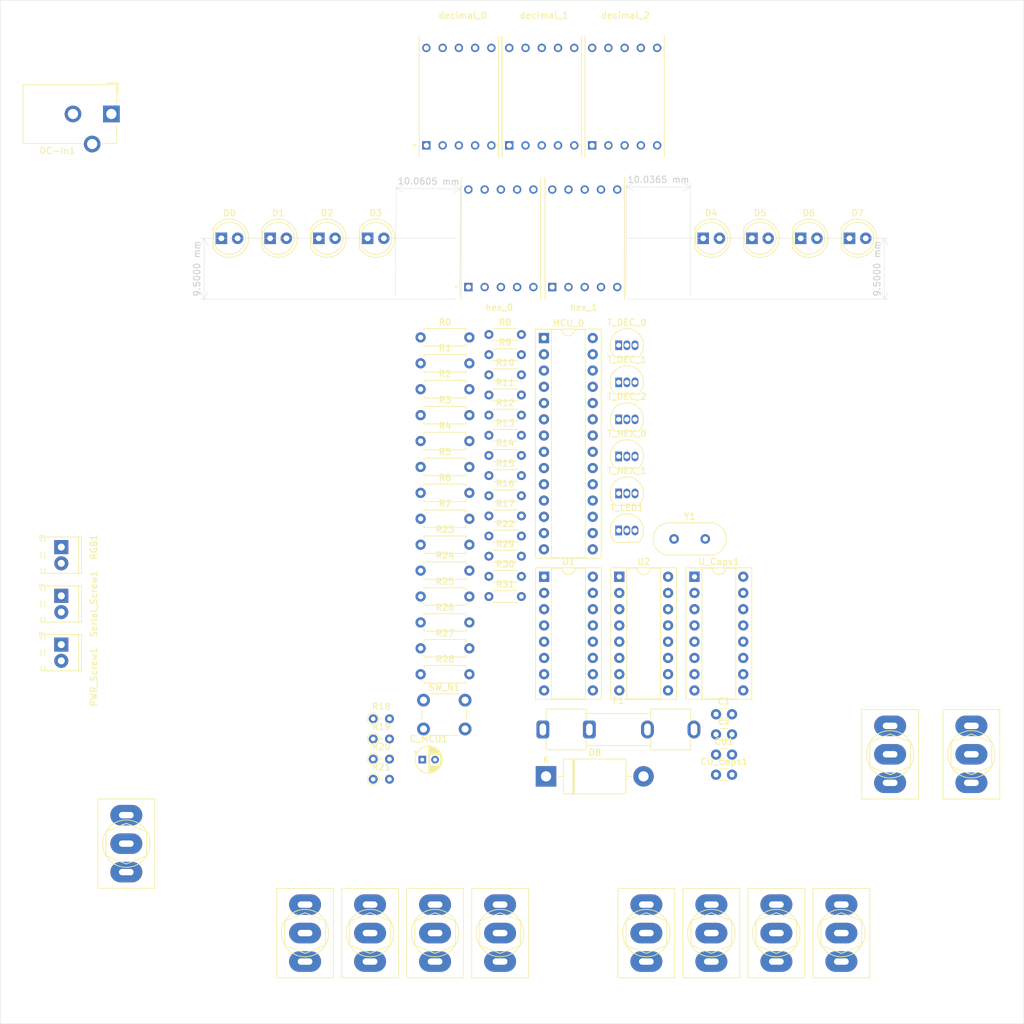
<source format=kicad_pcb>
(kicad_pcb (version 20221018) (generator pcbnew)
  (layers (0 "F.Cu" signal) (31 "B.Cu" signal) (34 "B.Paste" user) (35 "F.Paste" user) (36 "B.SilkS" user "B.Silkscreen") (37 "F.SilkS" user "F.Silkscreen") (38 "B.Mask" user) (39 "F.Mask" user) (44 "Edge.Cuts" user))
  (net 0 "")
  (net 1 "GND")
  (net 2 "Net-(MCU_0-XTAL1{slash}PB6)")
  (net 3 "Net-(MCU_0-XTAL2{slash}PB7)")
  (net 4 "Net-(D8-K)")
  (net 5 "Net-(D0-K)")
  (net 6 "Net-(D0-A)")
  (net 7 "Net-(D1-K)")
  (net 8 "Net-(D2-K)")
  (net 9 "Net-(D3-K)")
  (net 10 "Net-(D4-K)")
  (net 11 "Net-(D5-K)")
  (net 12 "Net-(D6-K)")
  (net 13 "Net-(D7-K)")
  (net 14 "Net-(T_DEC_0-E)")
  (net 15 "Net-(T_DEC_1-E)")
  (net 16 "Net-(T_DEC_2-E)")
  (net 17 "+5V")
  (net 18 "Net-(T_HEX_0-E)")
  (net 19 "Net-(T_HEX_1-E)")
  (net 20 "Net-(MCU_0-~{RESET}{slash}PC6)")
  (net 21 "Net-(MCU_0-PD2)")
  (net 22 "Net-(MCU_0-PD3)")
  (net 23 "Net-(MCU_0-PD4)")
  (net 24 "Net-(MCU_0-PD5)")
  (net 25 "Net-(MCU_0-PD6)")
  (net 26 "Net-(MCU_0-PD7)")
  (net 27 "Net-(MCU_0-PB0)")
  (net 28 "Net-(MCU_0-PB1)")
  (net 29 "Net-(MCU_0-PB2)")
  (net 30 "Net-(MCU_0-PB3)")
  (net 31 "Net-(MCU_0-PB4)")
  (net 32 "Net-(MCU_0-PB5)")
  (net 40 "Net-(U1-DRAIN0)")
  (net 41 "Net-(U1-DRAIN1)")
  (net 42 "Net-(U1-DRAIN2)")
  (net 43 "Net-(U1-DRAIN3)")
  (net 44 "Net-(U1-DRAIN4)")
  (net 45 "Net-(U1-DRAIN5)")
  (net 46 "Net-(U1-DRAIN6)")
  (net 47 "Net-(U1-DRAIN7)")
  (net 48 "Net-(SW0-B)")
  (net 49 "Net-(SW1-B)")
  (net 50 "Net-(SW2-B)")
  (net 51 "Net-(SW3-B)")
  (net 52 "Net-(SW4-B)")
  (net 53 "Net-(SW5-B)")
  (net 54 "Net-(SW6-B)")
  (net 55 "Net-(SW7-B)")
  (net 56 "Net-(U_Caps1-~{OE})")
  (net 57 "Net-(U2-Q7)")
  (net 58 "Net-(U1-~{CLR})")
  (net 59 "Net-(T_LED1-B)")
  (net 60 "Net-(U_Caps1-QF)")
  (net 61 "Net-(U_Caps1-QD)")
  (net 62 "Net-(T_HEX_0-B)")
  (net 63 "Net-(T_HEX_1-B)")
  (net 64 "Net-(U_Caps1-QE)")
  (net 65 "Net-(T_DEC_0-B)")
  (net 66 "Net-(U_Caps1-QA)")
  (net 67 "Net-(T_DEC_1-B)")
  (net 68 "Net-(U_Caps1-QB)")
  (net 69 "Net-(U_Caps1-QC)")
  (net 70 "Net-(T_DEC_2-B)")
  (net 80 "Net-(MCU_0-PD0)")
  (net 81 "Net-(MCU_0-PD1)")
  (footprint "Resistor_THT:R_Axial_DIN0207_L6.3mm_D2.5mm_P7.62mm_Horizontal" (layer "F.Cu") (at 206.022 132.258)
    (fp_text reference "R5" (at 3.81 -2.37) (layer "F.SilkS"))
    (fp_text value "220Ω")
    (pad "1" thru_hole circle (at 0 0) (size 1.6 1.6) (drill 0.8) (layers "*.Cu" "*.Mask") (net 11 "Net-(D5-K)"))
    (pad "2" thru_hole oval (at 7.62 0) (size 1.6 1.6) (drill 0.8) (layers "*.Cu" "*.Mask") (net 45 "Net-(U1-DRAIN5)"))
  )
  (footprint "Resistor_THT:R_Axial_DIN0204_L3.6mm_D1.6mm_P5.08mm_Horizontal" (layer "F.Cu") (at 216.692 146.208)
    (fp_text reference "R29" (at 2.54 -1.92) (layer "F.SilkS"))
    (fp_text value "10kΩ")
    (pad "1" thru_hole circle (at 0 0) (size 1.4 1.4) (drill 0.7) (layers "*.Cu" "*.Mask") (net 30 "Net-(MCU_0-PB3)"))
    (pad "2" thru_hole oval (at 5.08 0) (size 1.4 1.4) (drill 0.7) (layers "*.Cu" "*.Mask") (net 1 "GND"))
  )
  (footprint "Crystal:Crystal_HC49-4H_Vertical" (layer "F.Cu") (at 245.632 143.508)
    (fp_text reference "Y1" (at 2.44 -3.525) (layer "F.SilkS"))
    (fp_text value "16MHz")
    (pad "1" thru_hole circle (at 0 0) (size 1.5 1.5) (drill 0.8) (layers "*.Cu" "*.Mask") (net 2 "Net-(MCU_0-XTAL1{slash}PB6)"))
    (pad "2" thru_hole circle (at 4.88 0) (size 1.5 1.5) (drill 0.8) (layers "*.Cu" "*.Mask") (net 3 "Net-(MCU_0-XTAL2{slash}PB7)"))
  )
  (footprint "Fuse:Fuseholder_Clip-5x20mm_Keystone_3512_Inline_P23.62x7.27mm_D1.02x1.57mm_Horizontal" (layer "F.Cu") (at 225.122 173.288)
    (fp_text reference "F1" (at 11.81 -4.5) (layer "F.SilkS"))
    (fp_text value "1A")
    (pad "1" thru_hole roundrect (at 0 0) (size 2 2.8) (drill oval 1.02 1.87) (layers "*.Cu" "*.Mask") (net 17 "+5V"))
    (pad "1" thru_hole roundrect (at 7.27 0) (size 2 2.8) (drill oval 1.02 1.87) (layers "*.Cu" "*.Mask") (net 17 "+5V"))
    (pad "2" thru_hole oval (at 16.35 0) (size 2 2.8) (drill oval 1.02 1.87) (layers "*.Cu" "*.Mask") (net 4 "Net-(D8-K)"))
    (pad "2" thru_hole oval (at 23.62 0) (size 2 2.8) (drill oval 1.02 1.87) (layers "*.Cu" "*.Mask") (net 4 "Net-(D8-K)"))
  )
  (footprint "HDSP-511Y:LED_HDSP-511Y" (layer "F.Cu") (at 218.567 96.52)
    (fp_text reference "hex_0" (at -0.254 10.795) (layer "F.SilkS"))
    (fp_text value "HDSP-511Y" hide)
    (pad "1" thru_hole rect (at -5.08 7.62) (size 1.308 1.308) (drill 0.8) (layers "*.Cu" "*.Mask") (net 10 "Net-(D4-K)"))
    (pad "2" thru_hole circle (at -2.54 7.62) (size 1.308 1.308) (drill 0.8) (layers "*.Cu" "*.Mask") (net 9 "Net-(D3-K)"))
    (pad "3" thru_hole circle (at 0 7.62) (size 1.308 1.308) (drill 0.8) (layers "*.Cu" "*.Mask") (net 18 "Net-(T_HEX_0-E)"))
    (pad "4" thru_hole circle (at 2.54 7.62) (size 1.308 1.308) (drill 0.8) (layers "*.Cu" "*.Mask") (net 8 "Net-(D2-K)"))
    (pad "5" thru_hole circle (at 5.08 7.62) (size 1.308 1.308) (drill 0.8) (layers "*.Cu" "*.Mask") (net 13 "Net-(D7-K)"))
    (pad "6" thru_hole circle (at 5.08 -7.62) (size 1.308 1.308) (drill 0.8) (layers "*.Cu" "*.Mask") (net 7 "Net-(D1-K)"))
    (pad "7" thru_hole circle (at 2.54 -7.62) (size 1.308 1.308) (drill 0.8) (layers "*.Cu" "*.Mask") (net 5 "Net-(D0-K)"))
    (pad "8" thru_hole circle (at 0 -7.62) (size 1.308 1.308) (drill 0.8) (layers "*.Cu" "*.Mask") (net 18 "Net-(T_HEX_0-E)"))
    (pad "9" thru_hole circle (at -2.54 -7.62) (size 1.308 1.308) (drill 0.8) (layers "*.Cu" "*.Mask") (net 11 "Net-(D5-K)"))
    (pad "10" thru_hole circle (at -5.08 -7.62) (size 1.308 1.308) (drill 0.8) (layers "*.Cu" "*.Mask") (net 12 "Net-(D6-K)"))
  )
  (footprint "Resistor_THT:R_Axial_DIN0207_L6.3mm_D2.5mm_P7.62mm_Horizontal" (layer "F.Cu") (at 206.022 128.208)
    (fp_text reference "R4" (at 3.81 -2.37) (layer "F.SilkS"))
    (fp_text value "220Ω")
    (pad "1" thru_hole circle (at 0 0) (size 1.6 1.6) (drill 0.8) (layers "*.Cu" "*.Mask") (net 10 "Net-(D4-K)"))
    (pad "2" thru_hole oval (at 7.62 0) (size 1.6 1.6) (drill 0.8) (layers "*.Cu" "*.Mask") (net 44 "Net-(U1-DRAIN4)"))
  )
  (footprint "Resistor_THT:R_Axial_DIN0207_L6.3mm_D2.5mm_P7.62mm_Horizontal" (layer "F.Cu") (at 206.022 144.408)
    (fp_text reference "R23" (at 3.81 -2.37) (layer "F.SilkS"))
    (fp_text value "1KΩ")
    (pad "1" thru_hole circle (at 0 0) (size 1.6 1.6) (drill 0.8) (layers "*.Cu" "*.Mask") (net 59 "Net-(T_LED1-B)"))
    (pad "2" thru_hole oval (at 7.62 0) (size 1.6 1.6) (drill 0.8) (layers "*.Cu" "*.Mask") (net 60 "Net-(U_Caps1-QF)"))
  )
  (footprint "TerminalBlock_Phoenix:TerminalBlock_Phoenix_MPT-0,5-2-2.54_1x02_P2.54mm_Horizontal" (layer "F.Cu") (at 149.86 152.4 -90)
    (fp_text reference "Serial_Screw1" (at 1.27 -5.08 90) (layer "F.SilkS"))
    (fp_text value "Screw Terminal" hide)
    (pad "" np_thru_hole circle (at 0 2.54 270) (size 1.1 1.1) (drill 1.1) (layers "*.Cu" "*.Mask"))
    (pad "" np_thru_hole circle (at 2.54 2.54 270) (size 1.1 1.1) (drill 1.1) (layers "*.Cu" "*.Mask"))
    (pad "1" thru_hole rect (at 0 0 270) (size 2.2 2.2) (drill 1.1) (layers "*.Cu" "*.Mask") (net 81 "Net-(MCU_0-PD1)"))
    (pad "2" thru_hole circle (at 2.54 0 270) (size 2.2 2.2) (drill 1.1) (layers "*.Cu" "*.Mask") (net 80 "Net-(MCU_0-PD0)"))
  )
  (footprint "Package_TO_SOT_THT:TO-92_Inline" (layer "F.Cu") (at 236.982 136.398)
    (fp_text reference "T_HEX_1" (at 1.27 -3.56) (layer "F.SilkS"))
    (fp_text value "2N3904")
    (pad "1" thru_hole rect (at 0 0) (size 1.05 1.5) (drill 0.75) (layers "*.Cu" "*.Mask") (net 19 "Net-(T_HEX_1-E)"))
    (pad "2" thru_hole oval (at 1.27 0) (size 1.05 1.5) (drill 0.75) (layers "*.Cu" "*.Mask") (net 63 "Net-(T_HEX_1-B)"))
    (pad "3" thru_hole oval (at 2.54 0) (size 1.05 1.5) (drill 0.75) (layers "*.Cu" "*.Mask") (net 4 "Net-(D8-K)"))
  )
  (footprint "Capacitor_THT:C_Disc_D3.0mm_W1.6mm_P2.50mm" (layer "F.Cu") (at 252.192 180.358)
    (fp_text reference "CU_Caps1" (at 1.25 -2.05) (layer "F.SilkS"))
    (fp_text value "100nF")
    (pad "1" thru_hole circle (at 0 0) (size 1.6 1.6) (drill 0.8) (layers "*.Cu" "*.Mask") (net 4 "Net-(D8-K)"))
    (pad "2" thru_hole circle (at 2.5 0) (size 1.6 1.6) (drill 0.8) (layers "*.Cu" "*.Mask") (net 1 "GND"))
  )
  (footprint "LED_THT:LED_D5.0mm" (layer "F.Cu") (at 250.19 96.52)
    (fp_text reference "D4" (at 1.27 -3.96) (layer "F.SilkS"))
    (fp_text value "LED")
    (pad "1" thru_hole rect (at 0 0) (size 1.8 1.8) (drill 0.9) (layers "*.Cu" "*.Mask") (net 10 "Net-(D4-K)"))
    (pad "2" thru_hole circle (at 2.54 0) (size 1.8 1.8) (drill 0.9) (layers "*.Cu" "*.Mask") (net 6 "Net-(D0-A)"))
  )
  (footprint "Resistor_THT:R_Axial_DIN0204_L3.6mm_D1.6mm_P5.08mm_Horizontal" (layer "F.Cu") (at 216.692 152.508)
    (fp_text reference "R31" (at 2.54 -1.92) (layer "F.SilkS"))
    (fp_text value "10kΩ")
    (pad "1" thru_hole circle (at 0 0) (size 1.4 1.4) (drill 0.7) (layers "*.Cu" "*.Mask") (net 32 "Net-(MCU_0-PB5)"))
    (pad "2" thru_hole oval (at 5.08 0) (size 1.4 1.4) (drill 0.7) (layers "*.Cu" "*.Mask") (net 1 "GND"))
  )
  (footprint "Package_TO_SOT_THT:TO-92_Inline" (layer "F.Cu") (at 236.982 113.238)
    (fp_text reference "T_DEC_0" (at 1.27 -3.56) (layer "F.SilkS"))
    (fp_text value "2N3904")
    (pad "1" thru_hole rect (at 0 0) (size 1.05 1.5) (drill 0.75) (layers "*.Cu" "*.Mask") (net 14 "Net-(T_DEC_0-E)"))
    (pad "2" thru_hole oval (at 1.27 0) (size 1.05 1.5) (drill 0.75) (layers "*.Cu" "*.Mask") (net 65 "Net-(T_DEC_0-B)"))
    (pad "3" thru_hole oval (at 2.54 0) (size 1.05 1.5) (drill 0.75) (layers "*.Cu" "*.Mask") (net 4 "Net-(D8-K)"))
  )
  (footprint "Capacitor_THT:CP_Radial_D4.0mm_P2.00mm" (layer "F.Cu") (at 206.276801 178.008)
    (fp_text reference "C_MCU1" (at 1 -3.25) (layer "F.SilkS"))
    (fp_text value "10μF")
    (pad "1" thru_hole rect (at 0 0) (size 1.2 1.2) (drill 0.6) (layers "*.Cu" "*.Mask") (net 4 "Net-(D8-K)"))
    (pad "2" thru_hole circle (at 2 0) (size 1.2 1.2) (drill 0.6) (layers "*.Cu" "*.Mask") (net 1 "GND"))
  )
  (footprint "Diode_THT:D_DO-201AD_P15.24mm_Horizontal" (layer "F.Cu") (at 225.622 180.618)
    (fp_text reference "D8" (at 7.62 -3.72) (layer "F.SilkS"))
    (fp_text value "1N5400")
    (fp_text user "K" (at 0 -2.6) (layer "F.SilkS"))
    (pad "1" thru_hole rect (at 0 0) (size 3.2 3.2) (drill 1.6) (layers "*.Cu" "*.Mask") (net 4 "Net-(D8-K)"))
    (pad "2" thru_hole oval (at 15.24 0) (size 3.2 3.2) (drill 1.6) (layers "*.Cu" "*.Mask") (net 1 "GND"))
  )
  (footprint "LED_THT:LED_D5.0mm" (layer "F.Cu") (at 182.499 96.52)
    (fp_text reference "D1" (at 1.27 -3.96) (layer "F.SilkS"))
    (fp_text value "LED" hide)
    (pad "1" thru_hole rect (at 0 0) (size 1.8 1.8) (drill 0.9) (layers "*.Cu" "*.Mask") (net 7 "Net-(D1-K)"))
    (pad "2" thru_hole circle (at 2.54 0) (size 1.8 1.8) (drill 0.9) (layers "*.Cu" "*.Mask") (net 6 "Net-(D0-A)"))
  )
  (footprint "Resistor_THT:R_Axial_DIN0207_L6.3mm_D2.5mm_P7.62mm_Horizontal" (layer "F.Cu") (at 206.022 140.358)
    (fp_text reference "R7" (at 3.81 -2.37) (layer "F.SilkS"))
    (fp_text value "220Ω")
    (pad "1" thru_hole circle (at 0 0) (size 1.6 1.6) (drill 0.8) (layers "*.Cu" "*.Mask") (net 13 "Net-(D7-K)"))
    (pad "2" thru_hole oval (at 7.62 0) (size 1.6 1.6) (drill 0.8) (layers "*.Cu" "*.Mask") (net 47 "Net-(U1-DRAIN7)"))
  )
  (footprint "switch:SW_Toggle_Blue_wSlots" (layer "F.Cu") (at 241.3 205.11 90)
    (fp_text reference "SW4" hide)
    (fp_text value "SW4")
    (pad "1" thru_hole oval (at -4.45 0 90) (size 3.2 5) (drill oval 1 2.3) (layers "*.Cu") (net 1 "GND"))
    (pad "2" thru_hole oval (at 0 0 90) (size 3.2 5) (drill oval 1 2.3) (layers "*.Cu") (net 52 "Net-(SW4-B)"))
    (pad "3" thru_hole oval (at 4.45 0 90) (size 3.2 5) (drill oval 1 2.3) (layers "*.Cu") (net 4 "Net-(D8-K)"))
  )
  (footprint "Package_DIP:DIP-16_W7.62mm_Socket" (layer "F.Cu") (at 248.822 149.408)
    (fp_text reference "U_Caps1" (at 3.81 -2.33) (layer "F.SilkS"))
    (fp_text value "74HC595")
    (pad "1" thru_hole rect (at 0 0) (size 1.6 1.6) (drill 0.8) (layers "*.Cu" "*.Mask") (net 68 "Net-(U_Caps1-QB)"))
    (pad "2" thru_hole oval (at 0 2.54) (size 1.6 1.6) (drill 0.8) (layers "*.Cu" "*.Mask") (net 69 "Net-(U_Caps1-QC)"))
    (pad "3" thru_hole oval (at 0 5.08) (size 1.6 1.6) (drill 0.8) (layers "*.Cu" "*.Mask") (net 61 "Net-(U_Caps1-QD)"))
    (pad "4" thru_hole oval (at 0 7.62) (size 1.6 1.6) (drill 0.8) (layers "*.Cu" "*.Mask") (net 64 "Net-(U_Caps1-QE)"))
    (pad "5" thru_hole oval (at 0 10.16) (size 1.6 1.6) (drill 0.8) (layers "*.Cu" "*.Mask") (net 60 "Net-(U_Caps1-QF)"))
    (pad "6" thru_hole oval (at 0 12.7) (size 1.6 1.6) (drill 0.8) (layers "*.Cu" "*.Mask"))
    (pad "7" thru_hole oval (at 0 15.24) (size 1.6 1.6) (drill 0.8) (layers "*.Cu" "*.Mask"))
    (pad "8" thru_hole oval (at 0 17.78) (size 1.6 1.6) (drill 0.8) (layers "*.Cu" "*.Mask") (net 1 "GND"))
    (pad "9" thru_hole oval (at 7.62 17.78) (size 1.6 1.6) (drill 0.8) (layers "*.Cu" "*.Mask"))
    (pad "10" thru_hole oval (at 7.62 15.24) (size 1.6 1.6) (drill 0.8) (layers "*.Cu" "*.Mask") (net 4 "Net-(D8-K)"))
    (pad "11" thru_hole oval (at 7.62 12.7) (size 1.6 1.6) (drill 0.8) (layers "*.Cu" "*.Mask") (net 25 "Net-(MCU_0-PD6)"))
    (pad "12" thru_hole oval (at 7.62 10.16) (size 1.6 1.6) (drill 0.8) (layers "*.Cu" "*.Mask") (net 28 "Net-(MCU_0-PB1)"))
    (pad "13" thru_hole oval (at 7.62 7.62) (size 1.6 1.6) (drill 0.8) (layers "*.Cu" "*.Mask") (net 56 "Net-(U_Caps1-~{OE})"))
    (pad "14" thru_hole oval (at 7.62 5.08) (size 1.6 1.6) (drill 0.8) (layers "*.Cu" "*.Mask") (net 23 "Net-(MCU_0-PD4)"))
    (pad "15" thru_hole oval (at 7.62 2.54) (size 1.6 1.6) (drill 0.8) (layers "*.Cu" "*.Mask") (net 66 "Net-(U_Caps1-QA)"))
    (pad "16" thru_hole oval (at 7.62 0) (size 1.6 1.6) (drill 0.8) (layers "*.Cu" "*.Mask") (net 4 "Net-(D8-K)"))
  )
  (footprint "Capacitor_THT:C_Disc_D3.0mm_W1.6mm_P2.50mm" (layer "F.Cu") (at 252.192 170.908)
    (fp_text reference "C1" (at 1.25 -2.05) (layer "F.SilkS"))
    (fp_text value "22pF")
    (pad "1" thru_hole circle (at 0 0) (size 1.6 1.6) (drill 0.8) (layers "*.Cu" "*.Mask") (net 1 "GND"))
    (pad "2" thru_hole circle (at 2.5 0) (size 1.6 1.6) (drill 0.8) (layers "*.Cu" "*.Mask") (net 2 "Net-(MCU_0-XTAL1{slash}PB6)"))
  )
  (footprint "Resistor_THT:R_Axial_DIN0207_L6.3mm_D2.5mm_P7.62mm_Horizontal" (layer "F.Cu") (at 206.022 120.108)
    (fp_text reference "R2" (at 3.81 -2.37) (layer "F.SilkS"))
    (fp_text value "220Ω")
    (pad "1" thru_hole circle (at 0 0) (size 1.6 1.6) (drill 0.8) (layers "*.Cu" "*.Mask") (net 8 "Net-(D2-K)"))
    (pad "2" thru_hole oval (at 7.62 0) (size 1.6 1.6) (drill 0.8) (layers "*.Cu" "*.Mask") (net 42 "Net-(U1-DRAIN2)"))
  )
  (footprint "Resistor_THT:R_Axial_DIN0204_L3.6mm_D1.6mm_P5.08mm_Horizontal" (layer "F.Cu") (at 216.692 136.758)
    (fp_text reference "R16" (at 2.54 -1.92) (layer "F.SilkS"))
    (fp_text value "10kΩ")
    (pad "1" thru_hole circle (at 0 0) (size 1.4 1.4) (drill 0.7) (layers "*.Cu" "*.Mask") (net 54 "Net-(SW6-B)"))
    (pad "2" thru_hole oval (at 5.08 0) (size 1.4 1.4) (drill 0.7) (layers "*.Cu" "*.Mask") (net 1 "GND"))
  )
  (footprint "Resistor_THT:R_Axial_DIN0204_L3.6mm_D1.6mm_P2.54mm_Vertical" (layer "F.Cu") (at 198.612 181.068)
    (fp_text reference "R21" (at 1.27 -1.92) (layer "F.SilkS"))
    (fp_text value "0Ω")
    (pad "1" thru_hole circle (at 0 0) (size 1.4 1.4) (drill 0.7) (layers "*.Cu" "*.Mask") (net 24 "Net-(MCU_0-PD5)"))
    (pad "2" thru_hole oval (at 2.54 0) (size 1.4 1.4) (drill 0.7) (layers "*.Cu" "*.Mask") (net 57 "Net-(U2-Q7)"))
  )
  (footprint "Package_TO_SOT_THT:TO-92_Inline" (layer "F.Cu") (at 236.982 130.608)
    (fp_text reference "T_HEX_0" (at 1.27 -3.56) (layer "F.SilkS"))
    (fp_text value "2N3904")
    (pad "1" thru_hole rect (at 0 0) (size 1.05 1.5) (drill 0.75) (layers "*.Cu" "*.Mask") (net 18 "Net-(T_HEX_0-E)"))
    (pad "2" thru_hole oval (at 1.27 0) (size 1.05 1.5) (drill 0.75) (layers "*.Cu" "*.Mask") (net 62 "Net-(T_HEX_0-B)"))
    (pad "3" thru_hole oval (at 2.54 0) (size 1.05 1.5) (drill 0.75) (layers "*.Cu" "*.Mask") (net 4 "Net-(D8-K)"))
  )
  (footprint "Resistor_THT:R_Axial_DIN0204_L3.6mm_D1.6mm_P5.08mm_Horizontal" (layer "F.Cu") (at 216.692 117.858)
    (fp_text reference "R10" (at 2.54 -1.92) (layer "F.SilkS"))
    (fp_text value "10kΩ")
    (pad "1" thru_hole circle (at 0 0) (size 1.4 1.4) (drill 0.7) (layers "*.Cu" "*.Mask") (net 22 "Net-(MCU_0-PD3)"))
    (pad "2" thru_hole oval (at 5.08 0) (size 1.4 1.4) (drill 0.7) (layers "*.Cu" "*.Mask") (net 1 "GND"))
  )
  (footprint "Resistor_THT:R_Axial_DIN0204_L3.6mm_D1.6mm_P5.08mm_Horizontal" (layer "F.Cu") (at 216.692 139.908)
    (fp_text reference "R17" (at 2.54 -1.92) (layer "F.SilkS"))
    (fp_text value "10kΩ")
    (pad "1" thru_hole circle (at 0 0) (size 1.4 1.4) (drill 0.7) (layers "*.Cu" "*.Mask") (net 55 "Net-(SW7-B)"))
    (pad "2" thru_hole oval (at 5.08 0) (size 1.4 1.4) (drill 0.7) (layers "*.Cu" "*.Mask") (net 1 "GND"))
  )
  (footprint "Resistor_THT:R_Axial_DIN0204_L3.6mm_D1.6mm_P2.54mm_Vertical" (layer "F.Cu") (at 198.612 177.918)
    (fp_text reference "R20" (at 1.27 -1.92) (layer "F.SilkS"))
    (fp_text value "0Ω")
    (pad "1" thru_hole circle (at 0 0) (size 1.4 1.4) (drill 0.7) (layers "*.Cu" "*.Mask") (net 57 "Net-(U2-Q7)"))
    (pad "2" thru_hole oval (at 2.54 0) (size 1.4 1.4) (drill 0.7) (layers "*.Cu" "*.Mask") (net 23 "Net-(MCU_0-PD4)"))
  )
  (footprint "switch:SW_Toggle_Blue_wSlots" (layer "F.Cu") (at 292.1 177.17 90)
    (fp_text reference "SW__WR1" hide)
    (fp_text value "SW__WR1")
    (pad "1" thru_hole oval (at -4.45 0 90) (size 3.2 5) (drill oval 1 2.3) (layers "*.Cu") (net 1 "GND"))
    (pad "2" thru_hole oval (at 0 0 90) (size 3.2 5) (drill oval 1 2.3) (layers "*.Cu") (net 31 "Net-(MCU_0-PB4)"))
    (pad "3" thru_hole oval (at 4.45 0 90) (size 3.2 5) (drill oval 1 2.3) (layers "*.Cu"))
  )
  (footprint "Resistor_THT:R_Axial_DIN0207_L6.3mm_D2.5mm_P7.62mm_Horizontal" (layer "F.Cu") (at 206.022 136.308)
    (fp_text reference "R6" (at 3.81 -2.37) (layer "F.SilkS"))
    (fp_text value "220Ω")
    (pad "1" thru_hole circle (at 0 0) (size 1.6 1.6) (drill 0.8) (layers "*.Cu" "*.Mask") (net 12 "Net-(D6-K)"))
    (pad "2" thru_hole oval (at 7.62 0) (size 1.6 1.6) (drill 0.8) (layers "*.Cu" "*.Mask") (net 46 "Net-(U1-DRAIN6)"))
  )
  (footprint "switch:SW_Toggle_Blue_wSlots" (layer "F.Cu") (at 187.96 205.11 90)
    (fp_text reference "SW0" hide)
    (fp_text value "SW0")
    (pad "1" thru_hole oval (at -4.45 0 90) (size 3.2 5) (drill oval 1 2.3) (layers "*.Cu") (net 1 "GND"))
    (pad "2" thru_hole oval (at 0 0 90) (size 3.2 5) (drill oval 1 2.3) (layers "*.Cu") (net 48 "Net-(SW0-B)"))
    (pad "3" thru_hole oval (at 4.45 0 90) (size 3.2 5) (drill oval 1 2.3) (layers "*.Cu") (net 4 "Net-(D8-K)"))
  )
  (footprint "Resistor_THT:R_Axial_DIN0207_L6.3mm_D2.5mm_P7.62mm_Horizontal" (layer "F.Cu") (at 206.022 124.158)
    (fp_text reference "R3" (at 3.81 -2.37) (layer "F.SilkS"))
    (fp_text value "220Ω")
    (pad "1" thru_hole circle (at 0 0) (size 1.6 1.6) (drill 0.8) (layers "*.Cu" "*.Mask") (net 9 "Net-(D3-K)"))
    (pad "2" thru_hole oval (at 7.62 0) (size 1.6 1.6) (drill 0.8) (layers "*.Cu" "*.Mask") (net 43 "Net-(U1-DRAIN3)"))
  )
  (footprint "switch:SW_Toggle_Blue_wSlots" (layer "F.Cu") (at 218.44 205.11 90)
    (fp_text reference "SW3" hide)
    (fp_text value "SW3")
    (pad "1" thru_hole oval (at -4.45 0 90) (size 3.2 5) (drill oval 1 2.3) (layers "*.Cu") (net 1 "GND"))
    (pad "2" thru_hole oval (at 0 0 90) (size 3.2 5) (drill oval 1 2.3) (layers "*.Cu") (net 51 "Net-(SW3-B)"))
    (pad "3" thru_hole oval (at 4.45 0 90) (size 3.2 5) (drill oval 1 2.3) (layers "*.Cu") (net 4 "Net-(D8-K)"))
  )
  (footprint "Resistor_THT:R_Axial_DIN0204_L3.6mm_D1.6mm_P5.08mm_Horizontal" (layer "F.Cu") (at 216.692 133.608)
    (fp_text reference "R15" (at 2.54 -1.92) (layer "F.SilkS"))
    (fp_text value "10kΩ")
    (pad "1" thru_hole circle (at 0 0) (size 1.4 1.4) (drill 0.7) (layers "*.Cu" "*.Mask") (net 53 "Net-(SW5-B)"))
    (pad "2" thru_hole oval (at 5.08 0) (size 1.4 1.4) (drill 0.7) (layers "*.Cu" "*.Mask") (net 1 "GND"))
  )
  (footprint "HDSP-511Y:LED_HDSP-511Y" (layer "F.Cu") (at 224.954 74.38)
    (fp_text reference "decimal_1" (at 0.381 -12.7) (layer "F.SilkS"))
    (fp_text value "HDSP-511Y" hide)
    (pad "1" thru_hole rect (at -5.08 7.62) (size 1.308 1.308) (drill 0.8) (layers "*.Cu" "*.Mask") (net 10 "Net-(D4-K)"))
    (pad "2" thru_hole circle (at -2.54 7.62) (size 1.308 1.308) (drill 0.8) (layers "*.Cu" "*.Mask") (net 9 "Net-(D3-K)"))
    (pad "3" thru_hole circle (at 0 7.62) (size 1.308 1.308) (drill 0.8) (layers "*.Cu" "*.Mask") (net 15 "Net-(T_DEC_1-E)"))
    (pad "4" thru_hole circle (at 2.54 7.62) (size 1.308 1.308) (drill 0.8) (layers "*.Cu" "*.Mask") (net 8 "Net-(D2-K)"))
    (pad "5" thru_hole circle (at 5.08 7.62) (size 1.308 1.308) (drill 0.8) (layers "*.Cu" "*.Mask") (net 13 "Net-(D7-K)"))
    (pad "6" thru_hole circle (at 5.08 -7.62) (size 1.308 1.308) (drill 0.8) (layers "*.Cu" "*.Mask") (net 7 "Net-(D1-K)"))
    (pad "7" thru_hole circle (at 2.54 -7.62) (size 1.308 1.308) (drill 0.8) (layers "*.Cu" "*.Mask") (net 5 "Net-(D0-K)"))
    (pad "8" thru_hole circle (at 0 -7.62) (size 1.308 1.308) (drill 0.8) (layers "*.Cu" "*.Mask") (net 15 "Net-(T_DEC_1-E)"))
    (pad "9" thru_hole circle (at -2.54 -7.62) (size 1.308 1.308) (drill 0.8) (layers "*.Cu" "*.Mask") (net 11 "Net-(D5-K)"))
    (pad "10" thru_hole circle (at -5.08 -7.62) (size 1.308 1.308) (drill 0.8) (layers "*.Cu" "*.Mask") (net 12 "Net-(D6-K)"))
  )
  (footprint "switch:SW_Toggle_Blue_wSlots" (layer "F.Cu") (at 208.28 205.11 90)
    (fp_text reference "SW2" hide)
    (fp_text value "SW2")
    (pad "1" thru_hole oval (at -4.45 0 90) (size 3.2 5) (drill oval 1 2.3) (layers "*.Cu") (net 1 "GND"))
    (pad "2" thru_hole oval (at 0 0 90) (size 3.2 5) (drill oval 1 2.3) (layers "*.Cu") (net 50 "Net-(SW2-B)"))
    (pad "3" thru_hole oval (at 4.45 0 90) (size 3.2 5) (drill oval 1 2.3) (layers "*.Cu") (net 4 "Net-(D8-K)"))
  )
  (footprint "Resistor_THT:R_Axial_DIN0204_L3.6mm_D1.6mm_P5.08mm_Horizontal" (layer "F.Cu") (at 216.692 121.008)
    (fp_text reference "R11" (at 2.54 -1.92) (layer "F.SilkS"))
    (fp_text value "10kΩ")
    (pad "1" thru_hole circle (at 0 0) (size 1.4 1.4) (drill 0.7) (layers "*.Cu" "*.Mask") (net 49 "Net-(SW1-B)"))
    (pad "2" thru_hole oval (at 5.08 0) (size 1.4 1.4) (drill 0.7) (layers "*.Cu" "*.Mask") (net 1 "GND"))
  )
  (footprint "Resistor_THT:R_Axial_DIN0207_L6.3mm_D2.5mm_P7.62mm_Horizontal" (layer "F.Cu") (at 206.022 160.608)
    (fp_text reference "R27" (at 3.81 -2.37) (layer "F.SilkS"))
    (fp_text value "1KΩ")
    (pad "1" thru_hole circle (at 0 0) (size 1.6 1.6) (drill 0.8) (layers "*.Cu" "*.Mask") (net 67 "Net-(T_DEC_1-B)"))
    (pad "2" thru_hole oval (at 7.62 0) (size 1.6 1.6) (drill 0.8) (layers "*.Cu" "*.Mask") (net 68 "Net-(U_Caps1-QB)"))
  )
  (footprint "Package_DIP:DIP-16_W7.62mm_Socket" (layer "F.Cu") (at 237.072 149.408)
    (fp_text reference "U2" (at 3.81 -2.33) (layer "F.SilkS"))
    (fp_text value "74HC165")
    (pad "1" thru_hole rect (at 0 0) (size 1.6 1.6) (drill 0.8) (layers "*.Cu" "*.Mask") (net 26 "Net-(MCU_0-PD7)"))
    (pad "2" thru_hole oval (at 0 2.54) (size 1.6 1.6) (drill 0.8) (layers "*.Cu" "*.Mask") (net 25 "Net-(MCU_0-PD6)"))
    (pad "3" thru_hole oval (at 0 5.08) (size 1.6 1.6) (drill 0.8) (layers "*.Cu" "*.Mask") (net 52 "Net-(SW4-B)"))
    (pad "4" thru_hole oval (at 0 7.62) (size 1.6 1.6) (drill 0.8) (layers "*.Cu" "*.Mask") (net 53 "Net-(SW5-B)"))
    (pad "5" thru_hole oval (at 0 10.16) (size 1.6 1.6) (drill 0.8) (layers "*.Cu" "*.Mask") (net 54 "Net-(SW6-B)"))
    (pad "6" thru_hole oval (at 0 12.7) (size 1.6 1.6) (drill 0.8) (layers "*.Cu" "*.Mask") (net 55 "Net-(SW7-B)"))
    (pad "7" thru_hole oval (at 0 15.24) (size 1.6 1.6) (drill 0.8) (layers "*.Cu" "*.Mask"))
    (pad "8" thru_hole oval (at 0 17.78) (size 1.6 1.6) (drill 0.8) (layers "*.Cu" "*.Mask") (net 1 "GND"))
    (pad "9" thru_hole oval (at 7.62 17.78) (size 1.6 1.6) (drill 0.8) (layers "*.Cu" "*.Mask") (net 57 "Net-(U2-Q7)"))
    (pad "10" thru_hole oval (at 7.62 15.24) (size 1.6 1.6) (drill 0.8) (layers "*.Cu" "*.Mask"))
    (pad "11" thru_hole oval (at 7.62 12.7) (size 1.6 1.6) (drill 0.8) (layers "*.Cu" "*.Mask") (net 48 "Net-(SW0-B)"))
    (pad "12" thru_hole oval (at 7.62 10.16) (size 1.6 1.6) (drill 0.8) (layers "*.Cu" "*.Mask") (net 49 "Net-(SW1-B)"))
    (pad "13" thru_hole oval (at 7.62 7.62) (size 1.6 1.6) (drill 0.8) (layers "*.Cu" "*.Mask") (net 50 "Net-(SW2-B)"))
    (pad "14" thru_hole oval (at 7.62 5.08) (size 1.6 1.6) (drill 0.8) (layers "*.Cu" "*.Mask") (net 51 "Net-(SW3-B)"))
    (pad "15" thru_hole oval (at 7.62 2.54) (size 1.6 1.6) (drill 0.8) (layers "*.Cu" "*.Mask") (net 1 "GND"))
    (pad "16" thru_hole oval (at 7.62 0) (size 1.6 1.6) (drill 0.8) (layers "*.Cu" "*.Mask") (net 4 "Net-(D8-K)"))
  )
  (footprint "Resistor_THT:R_Axial_DIN0204_L3.6mm_D1.6mm_P2.54mm_Vertical" (layer "F.Cu") (at 198.612 171.618)
    (fp_text reference "R18" (at 1.27 -1.92) (layer "F.SilkS"))
    (fp_text value "0Ω")
    (pad "1" thru_hole circle (at 0 0) (size 1.4 1.4) (drill 0.7) (layers "*.Cu" "*.Mask") (net 56 "Net-(U_Caps1-~{OE})"))
    (pad "2" thru_hole oval (at 2.54 0) (size 1.4 1.4) (drill 0.7) (layers "*.Cu" "*.Mask") (net 1 "GND"))
  )
  (footprint "HDSP-511Y:LED_HDSP-511Y" (layer "F.Cu") (at 212 74.38)
    (fp_text reference "decimal_0" (at 0.635 -12.7) (layer "F.SilkS"))
    (fp_text value "HDSP-511Y" hide)
    (pad "1" thru_hole rect (at -5.08 7.62) (size 1.308 1.308) (drill 0.8) (layers "*.Cu" "*.Mask") (net 10 "Net-(D4-K)"))
    (pad "2" thru_hole circle (at -2.54 7.62) (size 1.308 1.308) (drill 0.8) (layers "*.Cu" "*.Mask") (net 9 "Net-(D3-K)"))
    (pad "3" thru_hole circle (at 0 7.62) (size 1.308 1.308) (drill 0.8) (layers "*.Cu" "*.Mask") (net 14 "Net-(T_DEC_0-E)"))
    (pad "4" thru_hole circle (at 2.54 7.62) (size 1.308 1.308) (drill 0.8) (layers "*.Cu" "*.Mask") (net 8 "Net-(D2-K)"))
    (pad "5" thru_hole circle (at 5.08 7.62) (size 1.308 1.308) (drill 0.8) (layers "*.Cu" "*.Mask") (net 13 "Net-(D7-K)"))
    (pad "6" thru_hole circle (at 5.08 -7.62) (size 1.308 1.308) (drill 0.8) (layers "*.Cu" "*.Mask") (net 7 "Net-(D1-K)"))
    (pad "7" thru_hole circle (at 2.54 -7.62) (size 1.308 1.308) (drill 0.8) (layers "*.Cu" "*.Mask") (net 5 "Net-(D0-K)"))
    (pad "8" thru_hole circle (at 0 -7.62) (size 1.308 1.308) (drill 0.8) (layers "*.Cu" "*.Mask") (net 14 "Net-(T_DEC_0-E)"))
    (pad "9" thru_hole circle (at -2.54 -7.62) (size 1.308 1.308) (drill 0.8) (layers "*.Cu" "*.Mask") (net 11 "Net-(D5-K)"))
    (pad "10" thru_hole circle (at -5.08 -7.62) (size 1.308 1.308) (drill 0.8) (layers "*.Cu" "*.Mask") (net 12 "Net-(D6-K)"))
  )
  (footprint "Resistor_THT:R_Axial_DIN0204_L3.6mm_D1.6mm_P5.08mm_Horizontal" (layer "F.Cu") (at 216.692 143.058)
    (fp_text reference "R22" (at 2.54 -1.92) (layer "F.SilkS"))
    (fp_text value "10kΩ")
    (pad "1" thru_hole circle (at 0 0) (size 1.4 1.4) (drill 0.7) (layers "*.Cu" "*.Mask") (net 4 "Net-(D8-K)"))
    (pad "2" thru_hole oval (at 5.08 0) (size 1.4 1.4) (drill 0.7) (layers "*.Cu" "*.Mask") (net 58 "Net-(U1-~{CLR})"))
  )
  (footprint "Resistor_THT:R_Axial_DIN0204_L3.6mm_D1.6mm_P5.08mm_Horizontal" (layer "F.Cu") (at 216.692 124.158)
    (fp_text reference "R12" (at 2.54 -1.92) (layer "F.SilkS"))
    (fp_text value "10kΩ")
    (pad "1" thru_hole circle (at 0 0) (size 1.4 1.4) (drill 0.7) (layers "*.Cu" "*.Mask") (net 50 "Net-(SW2-B)"))
    (pad "2" thru_hole oval (at 5.08 0) (size 1.4 1.4) (drill 0.7) (layers "*.Cu" "*.Mask") (net 1 "GND"))
  )
  (footprint "Resistor_THT:R_Axial_DIN0204_L3.6mm_D1.6mm_P5.08mm_Horizontal" (layer "F.Cu") (at 216.692 114.708)
    (fp_text reference "R9" (at 2.54 -1.92) (layer "F.SilkS"))
    (fp_text value "10kΩ")
    (pad "1" thru_hole circle (at 0 0) (size 1.4 1.4) (drill 0.7) (layers "*.Cu" "*.Mask") (net 4 "Net-(D8-K)"))
    (pad "2" thru_hole oval (at 5.08 0) (size 1.4 1.4) (drill 0.7) (layers "*.Cu" "*.Mask") (net 20 "Net-(MCU_0-~{RESET}{slash}PC6)"))
  )
  (footprint "Resistor_THT:R_Axial_DIN0204_L3.6mm_D1.6mm_P5.08mm_Horizontal" (layer "F.Cu") (at 216.692 111.558)
    (fp_text reference "R8" (at 2.54 -1.92) (layer "F.SilkS"))
    (fp_text value "10kΩ")
    (pad "1" thru_hole circle (at 0 0) (size 1.4 1.4) (drill 0.7) (layers "*.Cu" "*.Mask") (net 48 "Net-(SW0-B)"))
    (pad "2" thru_hole oval (at 5.08 0) (size 1.4 1.4) (drill 0.7) (layers "*.Cu" "*.Mask") (net 1 "GND"))
  )
  (footprint "HDSP-511Y:LED_HDSP-511Y" (layer "F.Cu") (at 231.6715 96.52)
    (fp_text reference "hex_1" (at -0.1505 10.795) (layer "F.SilkS"))
    (fp_text value "HDSP-511Y" hide)
    (pad "1" thru_hole rect (at -5.08 7.62) (size 1.308 1.308) (drill 0.8) (layers "*.Cu" "*.Mask") (net 10 "Net-(D4-K)"))
    (pad "2" thru_hole circle (at -2.54 7.62) (size 1.308 1.308) (drill 0.8) (layers "*.Cu" "*.Mask") (net 9 "Net-(D3-K)"))
    (pad "3" thru_hole circle (at 0 7.62) (size 1.308 1.308) (drill 0.8) (layers "*.Cu" "*.Mask") (net 19 "Net-(T_HEX_1-E)"))
    (pad "4" thru_hole circle (at 2.54 7.62) (size 1.308 1.308) (drill 0.8) (layers "*.Cu" "*.Mask") (net 8 "Net-(D2-K)"))
    (pad "5" thru_hole circle (at 5.08 7.62) (size 1.308 1.308) (drill 0.8) (layers "*.Cu" "*.Mask") (net 13 "Net-(D7-K)"))
    (pad "6" thru_hole circle (at 5.08 -7.62) (size 1.308 1.308) (drill 0.8) (layers "*.Cu" "*.Mask") (net 7 "Net-(D1-K)"))
    (pad "7" thru_hole circle (at 2.54 -7.62) (size 1.308 1.308) (drill 0.8) (layers "*.Cu" "*.Mask") (net 5 "Net-(D0-K)"))
    (pad "8" thru_hole circle (at 0 -7.62) (size 1.308 1.308) (drill 0.8) (layers "*.Cu" "*.Mask") (net 19 "Net-(T_HEX_1-E)"))
    (pad "9" thru_hole circle (at -2.54 -7.62) (size 1.308 1.308) (drill 0.8) (layers "*.Cu" "*.Mask") (net 11 "Net-(D5-K)"))
    (pad "10" thru_hole circle (at -5.08 -7.62) (size 1.308 1.308) (drill 0.8) (layers "*.Cu" "*.Mask") (net 12 "Net-(D6-K)"))
  )
  (footprint "HDSP-511Y:LED_HDSP-511Y" (layer "F.Cu") (at 237.908 74.38)
    (fp_text reference "decimal_2" (at 0.127 -12.7) (layer "F.SilkS"))
    (fp_text value "HDSP-511Y" hide)
    (pad "1" thru_hole rect (at -5.08 7.62) (size 1.308 1.308) (drill 0.8) (layers "*.Cu" "*.Mask") (net 10 "Net-(D4-K)"))
    (pad "2" thru_hole circle (at -2.54 7.62) (size 1.308 1.308) (drill 0.8) (layers "*.Cu" "*.Mask") (net 9 "Net-(D3-K)"))
    (pad "3" thru_hole circle (at 0 7.62) (size 1.308 1.308) (drill 0.8) (layers "*.Cu" "*.Mask") (net 16 "Net-(T_DEC_2-E)"))
    (pad "4" thru_hole circle (at 2.54 7.62) (size 1.308 1.308) (drill 0.8) (layers "*.Cu" "*.Mask") (net 8 "Net-(D2-K)"))
    (pad "5" thru_hole circle (at 5.08 7.62) (size 1.308 1.308) (drill 0.8) (layers "*.Cu" "*.Mask") (net 13 "Net-(D7-K)"))
    (pad "6" thru_hole circle (at 5.08 -7.62) (size 1.308 1.308) (drill 0.8) (layers "*.Cu" "*.Mask") (net 7 "Net-(D1-K)"))
    (pad "7" thru_hole circle (at 2.54 -7.62) (size 1.308 1.308) (drill 0.8) (layers "*.Cu" "*.Mask") (net 5 "Net-(D0-K)"))
    (pad "8" thru_hole circle (at 0 -7.62) (size 1.308 1.308) (drill 0.8) (layers "*.Cu" "*.Mask") (net 16 "Net-(T_DEC_2-E)"))
    (pad "9" thru_hole circle (at -2.54 -7.62) (size 1.308 1.308) (drill 0.8) (layers "*.Cu" "*.Mask") (net 11 "Net-(D5-K)"))
    (pad "10" thru_hole circle (at -5.08 -7.62) (size 1.308 1.308) (drill 0.8) (layers "*.Cu" "*.Mask") (net 12 "Net-(D6-K)"))
  )
  (footprint "Resistor_THT:R_Axial_DIN0207_L6.3mm_D2.5mm_P7.62mm_Horizontal" (layer "F.Cu") (at 206.022 148.458)
    (fp_text reference "R24" (at 3.81 -2.37) (layer "F.SilkS"))
    (fp_text value "1KΩ")
    (pad "1" thru_hole circle (at 0 0) (size 1.6 1.6) (drill 0.8) (layers "*.Cu" "*.Mask") (net 61 "Net-(U_Caps1-QD)"))
    (pad "2" thru_hole oval (at 7.62 0) (size 1.6 1.6) (drill 0.8) (layers "*.Cu" "*.Mask") (net 62 "Net-(T_HEX_0-B)"))
  )
  (footprint "Resistor_THT:R_Axial_DIN0207_L6.3mm_D2.5mm_P7.62mm_Horizontal" (layer "F.Cu") (at 206.022 164.658)
    (fp_text reference "R28" (at 3.81 -2.37) (layer "F.SilkS"))
    (fp_text value "1KΩ")
    (pad "1" thru_hole circle (at 0 0) (size 1.6 1.6) (drill 0.8) (layers "*.Cu" "*.Mask") (net 69 "Net-(U_Caps1-QC)"))
    (pad "2" thru_hole oval (at 7.62 0) (size 1.6 1.6) (drill 0.8) (layers "*.Cu" "*.Mask") (net 70 "Net-(T_DEC_2-B)"))
  )
  (footprint "LED_THT:LED_D5.0mm" (layer "F.Cu") (at 273.05 96.52)
    (fp_text reference "D7" (at 1.27 -3.96) (layer "F.SilkS"))
    (fp_text value "LED")
    (pad "1" thru_hole rect (at 0 0) (size 1.8 1.8) (drill 0.9) (layers "*.Cu" "*.Mask") (net 13 "Net-(D7-K)"))
    (pad "2" thru_hole circle (at 2.54 0) (size 1.8 1.8) (drill 0.9) (layers "*.Cu" "*.Mask") (net 6 "Net-(D0-A)"))
  )
  (footprint "Button_Switch_THT:SW_PUSH_6mm_H5mm" (layer "F.Cu") (at 206.472 168.708)
    (fp_text reference "SW_N1" (at 3.25 -2) (layer "F.SilkS"))
    (fp_text value "NXT_BTN")
    (pad "1" thru_hole circle (at 0 0 90) (size 2 2) (drill 1.1) (layers "*.Cu" "*.Mask") (net 22 "Net-(MCU_0-PD3)"))
    (pad "1" thru_hole circle (at 6.5 0 90) (size 2 2) (drill 1.1) (layers "*.Cu" "*.Mask") (net 22 "Net-(MCU_0-PD3)"))
    (pad "2" thru_hole circle (at 0 4.5 90) (size 2 2) (drill 1.1) (layers "*.Cu" "*.Mask") (net 4 "Net-(D8-K)"))
    (pad "2" thru_hole circle (at 6.5 4.5 90) (size 2 2) (drill 1.1) (layers "*.Cu" "*.Mask") (net 4 "Net-(D8-K)"))
  )
  (footprint "switch:SW_Toggle_Blue_wSlots" (layer "F.Cu") (at 279.4 177.17 90)
    (fp_text reference "SW_Mem1" hide)
    (fp_text value "SW__Mem1")
    (pad "1" thru_hole oval (at -4.45 0 90) (size 3.2 5) (drill oval 1 2.3) (layers "*.Cu") (net 1 "GND"))
    (pad "2" thru_hole oval (at 0 0 90) (size 3.2 5) (drill oval 1 2.3) (layers "*.Cu") (net 30 "Net-(MCU_0-PB3)"))
    (pad "3" thru_hole oval (at 4.45 0 90) (size 3.2 5) (drill oval 1 2.3) (layers "*.Cu"))
  )
  (footprint "LED_THT:LED_D5.0mm" (layer "F.Cu") (at 190.119 96.52)
    (fp_text reference "D2" (at 1.27 -3.96) (layer "F.SilkS"))
    (fp_text value "LED" hide)
    (pad "1" thru_hole rect (at 0 0) (size 1.8 1.8) (drill 0.9) (layers "*.Cu" "*.Mask") (net 8 "Net-(D2-K)"))
    (pad "2" thru_hole circle (at 2.54 0) (size 1.8 1.8) (drill 0.9) (layers "*.Cu" "*.Mask") (net 6 "Net-(D0-A)"))
  )
  (footprint "Resistor_THT:R_Axial_DIN0204_L3.6mm_D1.6mm_P5.08mm_Horizontal" (layer "F.Cu") (at 216.692 130.458)
    (fp_text reference "R14" (at 2.54 -1.92) (layer "F.SilkS"))
    (fp_text value "10kΩ")
    (pad "1" thru_hole circle (at 0 0) (size 1.4 1.4) (drill 0.7) (layers "*.Cu" "*.Mask") (net 52 "Net-(SW4-B)"))
    (pad "2" thru_hole oval (at 5.08 0) (size 1.4 1.4) (drill 0.7) (layers "*.Cu" "*.Mask") (net 1 "GND"))
  )
  (footprint "Resistor_THT:R_Axial_DIN0204_L3.6mm_D1.6mm_P5.08mm_Horizontal" (layer "F.Cu") (at 216.692 127.308)
    (fp_text reference "R13" (at 2.54 -1.92) (layer "F.SilkS"))
    (fp_text value "10kΩ")
    (pad "1" thru_hole circle (at 0 0) (size 1.4 1.4) (drill 0.7) (layers "*.Cu" "*.Mask") (net 51 "Net-(SW3-B)"))
    (pad "2" thru_hole oval (at 5.08 0) (size 1.4 1.4) (drill 0.7) (layers "*.Cu" "*.Mask") (net 1 "GND"))
  )
  (footprint "dc-barrelljacks:BarrelJack_CUI_PJ-102AH_Horizontal" (layer "F.Cu") (at 157.686 77.088 -90)
    (fp_text reference "DC-In1" (at 5.75 8.45) (layer "F.SilkS"))
    (fp_text value "Barrel_Jack_Switch_Pin3Ring" hide)
    (pad "1" thru_hole rect (at 0 0 270) (size 2.6 2.6) (drill 1.6) (layers "*.Cu" "*.Mask") (net 17 "+5V"))
    (pad "2" thru_hole circle (at 0 6 270) (size 2.6 2.6) (drill 1.6) (layers "*.Cu" "*.Mask") (net 1 "GND"))
    (pad "3" thru_hole circle (at 4.7 3 270) (size 2.6 2.6) (drill 1.6) (layers "*.Cu" "*.Mask") (net 1 "GND"))
  )
  (footprint "switch:SW_Toggle_Blue_wSlots" (layer "F.Cu") (at 251.46 205.11 90)
    (fp_text reference "SW5" hide)
    (fp_text value "SW5")
    (pad "1" thru_hole oval (at -4.45 0 90) (size 3.2 5) (drill oval 1 2.3) (layers "*.Cu") (net 1 "GND"))
    (pad "2" thru_hole oval (at 0 0 90) (size 3.2 5) (drill oval 1 2.3) (layers "*.Cu") (net 53 "Net-(SW5-B)"))
    (pad "3" thru_hole oval (at 4.45 0 90) (size 3.2 5) (drill oval 1 2.3) (layers "*.Cu") (net 4 "Net-(D8-K)"))
  )
  (footprint "Package_DIP:DIP-16_W7.62mm_Socket" (layer "F.Cu") (at 225.322 149.408)
    (fp_text reference "U1" (at 3.81 -2.33) (layer "F.SilkS"))
    (fp_text value "TPIC6C595")
    (pad "1" thru_hole rect (at 0 0) (size 1.6 1.6) (drill 0.8) (layers "*.Cu" "*.Mask") (net 4 "Net-(D8-K)"))
    (pad "2" thru_hole oval (at 0 2.54) (size 1.6 1.6) (drill 0.8) (layers "*.Cu" "*.Mask") (net 23 "Net-(MCU_0-PD4)"))
    (pad "3" thru_hole oval (at 0 5.08) (size 1.6 1.6) (drill 0.8) (layers "*.Cu" "*.Mask") (net 40 "Net-(U1-DRAIN0)"))
    (pad "4" thru_hole oval (at 0 7.62) (size 1.6 1.6) (drill 0.8) (layers "*.Cu" "*.Mask") (net 41 "Net-(U1-DRAIN1)"))
    (pad "5" thru_hole oval (at 0 10.16) (size 1.6 1.6) (drill 0.8) (layers "*.Cu" "*.Mask") (net 42 "Net-(U1-DRAIN2)"))
    (pad "6" thru_hole oval (at 0 12.7) (size 1.6 1.6) (drill 0.8) (layers "*.Cu" "*.Mask") (net 43 "Net-(U1-DRAIN3)"))
    (pad "7" thru_hole oval (at 0 15.24) (size 1.6 1.6) (drill 0.8) (layers "*.Cu" "*.Mask") (net 58 "Net-(U1-~{CLR})"))
    (pad "8" thru_hole oval (at 0 17.78) (size 1.6 1.6) (drill 0.8) (layers "*.Cu" "*.Mask") (net 1 "GND"))
    (pad "9" thru_hole oval (at 7.62 17.78) (size 1.6 1.6) (drill 0.8) (layers "*.Cu" "*.Mask"))
    (pad "10" thru_hole oval (at 7.62 15.24) (size 1.6 1.6) (drill 0.8) (layers "*.Cu" "*.Mask") (net 27 "Net-(MCU_0-PB0)"))
    (pad "11" thru_hole oval (at 7.62 12.7) (size 1.6 1.6) (drill 0.8) (layers "*.Cu" "*.Mask") (net 44 "Net-(U1-DRAIN4)"))
    (pad "12" thru_hole oval (at 7.62 10.16) (size 1.6 1.6) (drill 0.8) (layers "*.Cu" "*.Mask") (net 45 "Net-(U1-DRAIN5)"))
    (pad "13" thru_hole oval (at 7.62 7.62) (size 1.6 1.6) (drill 0.8) (layers "*.Cu" "*.Mask") (net 46 "Net-(U1-DRAIN6)"))
    (pad "14" thru_hole oval (at 7.62 5.08) (size 1.6 1.6) (drill 0.8) (layers "*.Cu" "*.Mask") (net 47 "Net-(U1-DRAIN7)"))
    (pad "15" thru_hole oval (at 7.62 2.54) (size 1.6 1.6) (drill 0.8) (layers "*.Cu" "*.Mask") (net 25 "Net-(MCU_0-PD6)"))
    (pad "16" thru_hole oval (at 7.62 0) (size 1.6 1.6) (drill 0.8) (layers "*.Cu" "*.Mask") (net 1 "GND"))
  )
  (footprint "switch:SW_Toggle_Blue_wSlots" (layer "F.Cu") (at 160.02 191.13 90)
    (fp_text reference "SW_Serr1" hide)
    (fp_text value "SW__Serr")
    (pad "1" thru_hole oval (at -4.45 0 90) (size 3.2 5) (drill oval 1 2.3) (layers "*.Cu") (net 1 "GND"))
    (pad "2" thru_hole oval (at 0 0 90) (size 3.2 5) (drill oval 1 2.3) (layers "*.Cu") (net 32 "Net-(MCU_0-PB5)"))
    (pad "3" thru_hole oval (at 4.45 0 90) (size 3.2 5) (drill oval 1 2.3) (layers "*.Cu") (net 4 "Net-(D8-K)"))
  )
  (footprint "Capacitor_THT:C_Disc_D3.0mm_W1.6mm_P2.50mm" (layer "F.Cu") (at 252.192 177.208)
    (fp_text reference "CU1" (at 1.25 -2.05) (layer "F.SilkS"))
    (fp_text value "100nF")
    (pad "1" thru_hole circle (at 0 0) (size 1.6 1.6) (drill 0.8) (layers "*.Cu" "*.Mask") (net 4 "Net-(D8-K)"))
    (pad "2" thru_hole circle (at 2.5 0) (size 1.6 1.6) (drill 0.8) (layers "*.Cu" "*.Mask") (net 1 "GND"))
  )
  (footprint "Resistor_THT:R_Axial_DIN0207_L6.3mm_D2.5mm_P7.62mm_Horizontal" (layer "F.Cu") (at 206.022 152.508)
    (fp_text reference "R25" (at 3.81 -2.37) (layer "F.SilkS"))
    (fp_text value "1KΩ")
    (pad "1" thru_hole circle (at 0 0) (size 1.6 1.6) (drill 0.8) (layers "*.Cu" "*.Mask") (net 63 "Net-(T_HEX_1-B)"))
    (pad "2" thru_hole oval (at 7.62 0) (size 1.6 1.6) (drill 0.8) (layers "*.Cu" "*.Mask") (net 64 "Net-(U_Caps1-QE)"))
  )
  (footprint "Resistor_THT:R_Axial_DIN0207_L6.3mm_D2.5mm_P7.62mm_Horizontal" (layer "F.Cu") (at 206.022 116.058)
    (fp_text reference "R1" (at 3.81 -2.37) (layer "F.SilkS"))
    (fp_text value "220Ω")
    (pad "1" thru_hole circle (at 0 0) (size 1.6 1.6) (drill 0.8) (layers "*.Cu" "*.Mask") (net 7 "Net-(D1-K)"))
    (pad "2" thru_hole oval (at 7.62 0) (size 1.6 1.6) (drill 0.8) (layers "*.Cu" "*.Mask") (net 41 "Net-(U1-DRAIN1)"))
  )
  (footprint "Package_TO_SOT_THT:TO-92_Inline" (layer "F.Cu") (at 236.982 119.028)
    (fp_text reference "T_DEC_1" (at 1.27 -3.56) (layer "F.SilkS"))
    (fp_text value "2N3904")
    (pad "1" thru_hole rect (at 0 0) (size 1.05 1.5) (drill 0.75) (layers "*.Cu" "*.Mask") (net 15 "Net-(T_DEC_1-E)"))
    (pad "2" thru_hole oval (at 1.27 0) (size 1.05 1.5) (drill 0.75) (layers "*.Cu" "*.Mask") (net 67 "Net-(T_DEC_1-B)"))
    (pad "3" thru_hole oval (at 2.54 0) (size 1.05 1.5) (drill 0.75) (layers "*.Cu" "*.Mask") (net 4 "Net-(D8-K)"))
  )
  (footprint "Package_DIP:DIP-28_W7.62mm_Socket" (layer "F.Cu") (at 225.298 112.108)
    (fp_text reference "MCU_0" (at 3.81 -2.33) (layer "F.SilkS"))
    (fp_text value "ATmega328P-P")
    (pad "1" thru_hole rect (at 0 0) (size 1.6 1.6) (drill 0.8) (layers "*.Cu" "*.Mask") (net 20 "Net-(MCU_0-~{RESET}{slash}PC6)"))
    (pad "2" thru_hole oval (at 0 2.54) (size 1.6 1.6) (drill 0.8) (layers "*.Cu" "*.Mask") (net 80 "Net-(MCU_0-PD0)"))
    (pad "3" thru_hole oval (at 0 5.08) (size 1.6 1.6) (drill 0.8) (layers "*.Cu" "*.Mask") (net 81 "Net-(MCU_0-PD1)"))
    (pad "4" thru_hole oval (at 0 7.62) (size 1.6 1.6) (drill 0.8) (layers "*.Cu" "*.Mask") (net 21 "Net-(MCU_0-PD2)"))
    (pad "5" thru_hole oval (at 0 10.16) (size 1.6 1.6) (drill 0.8) (layers "*.Cu" "*.Mask") (net 22 "Net-(MCU_0-PD3)"))
    (pad "6" thru_hole oval (at 0 12.7) (size 1.6 1.6) (drill 0.8) (layers "*.Cu" "*.Mask") (net 23 "Net-(MCU_0-PD4)"))
    (pad "7" thru_hole oval (at 0 15.24) (size 1.6 1.6) (drill 0.8) (layers "*.Cu" "*.Mask") (net 4 "Net-(D8-K)"))
    (pad "8" thru_hole oval (at 0 17.78) (size 1.6 1.6) (drill 0.8) (layers "*.Cu" "*.Mask") (net 1 "GND"))
    (pad "9" thru_hole oval (at 0 20.32) (size 1.6 1.6) (drill 0.8) (layers "*.Cu" "*.Mask") (net 2 "Net-(MCU_0-XTAL1{slash}PB6)"))
    (pad "10" thru_hole oval (at 0 22.86) (size 1.6 1.6) (drill 0.8) (layers "*.Cu" "*.Mask") (net 3 "Net-(MCU_0-XTAL2{slash}PB7)"))
    (pad "11" thru_hole oval (at 0 25.4) (size 1.6 1.6) (drill 0.8) (layers "*.Cu" "*.Mask") (net 24 "Net-(MCU_0-PD5)"))
    (pad "12" thru_hole oval (at 0 27.94) (size 1.6 1.6) (drill 0.8) (layers "*.Cu" "*.Mask") (net 25 "Net-(MCU_0-PD6)"))
    (pad "13" thru_hole oval (at 0 30.48) (size 1.6 1.6) (drill 0.8) (layers "*.Cu" "*.Mask") (net 26 "Net-(MCU_0-PD7)"))
    (pad "14" thru_hole oval (at 0 33.02) (size 1.6 1.6) (drill 0.8) (layers "*.Cu" "*.Mask") (net 27 "Net-(MCU_0-PB0)"))
    (pad "15" thru_hole oval (at 7.62 33.02) (size 1.6 1.6) (drill 0.8) (layers "*.Cu" "*.Mask") (net 28 "Net-(MCU_0-PB1)"))
    (pad "16" thru_hole oval (at 7.62 30.48) (size 1.6 1.6) (drill 0.8) (layers "*.Cu" "*.Mask") (net 29 "Net-(MCU_0-PB2)"))
    (pad "17" thru_hole oval (at 7.62 27.94) (size 1.6 1.6) (drill 0.8) (layers "*.Cu" "*.Mask") (net 30 "Net-(MCU_0-PB3)"))
    (pad "18" thru_hole oval (at 7.62 25.4) (size 1.6 1.6) (drill 0.8) (layers "*.Cu" "*.Mask") (net 31 "Net-(MCU_0-PB4)"))
    (pad "19" thru_hole oval (at 7.62 22.86) (size 1.6 1.6) (drill 0.8) (layers "*.Cu" "*.Mask") (net 32 "Net-(MCU_0-PB5)"))
    (pad "20" thru_hole oval (at 7.62 20.32) (size 1.6 1.6) (drill 0.8) (layers "*.Cu" "*.Mask") (net 4 "Net-(D8-K)"))
    (pad "21" thru_hole oval (at 7.62 17.78) (size 1.6 1.6) (drill 0.8) (layers "*.Cu" "*.Mask"))
    (pad "22" thru_hole oval (at 7.62 15.24) (size 1.6 1.6) (drill 0.8) (layers "*.Cu" "*.Mask") (net 1 "GND"))
    (pad "23" thru_hole oval (at 7.62 12.7) (size 1.6 1.6) (drill 0.8) (layers "*.Cu" "*.Mask"))
    (pad "24" thru_hole oval (at 7.62 10.16) (size 1.6 1.6) (drill 0.8) (layers "*.Cu" "*.Mask"))
    (pad "25" thru_hole oval (at 7.62 7.62) (size 1.6 1.6) (drill 0.8) (layers "*.Cu" "*.Mask"))
    (pad "26" thru_hole oval (at 7.62 5.08) (size 1.6 1.6) (drill 0.8) (layers "*.Cu" "*.Mask"))
    (pad "27" thru_hole oval (at 7.62 2.54) (size 1.6 1.6) (drill 0.8) (layers "*.Cu" "*.Mask"))
    (pad "28" thru_hole oval (at 7.62 0) (size 1.6 1.6) (drill 0.8) (layers "*.Cu" "*.Mask"))
  )
  (footprint "Resistor_THT:R_Axial_DIN0207_L6.3mm_D2.5mm_P7.62mm_Horizontal" (layer "F.Cu") (at 206.022 156.558)
    (fp_text reference "R26" (at 3.81 -2.37) (layer "F.SilkS"))
    (fp_text value "1KΩ")
    (pad "1" thru_hole circle (at 0 0) (size 1.6 1.6) (drill 0.8) (layers "*.Cu" "*.Mask") (net 65 "Net-(T_DEC_0-B)"))
    (pad "2" thru_hole oval (at 7.62 0) (size 1.6 1.6) (drill 0.8) (layers "*.Cu" "*.Mask") (net 66 "Net-(U_Caps1-QA)"))
  )
  (footprint "LED_THT:LED_D5.0mm" (layer "F.Cu") (at 257.81 96.52)
    (fp_text reference "D5" (at 1.27 -3.96) (layer "F.SilkS"))
    (fp_text value "LED")
    (pad "1" thru_hole rect (at 0 0) (size 1.8 1.8) (drill 0.9) (layers "*.Cu" "*.Mask") (net 11 "Net-(D5-K)"))
    (pad "2" thru_hole circle (at 2.54 0) (size 1.8 1.8) (drill 0.9) (layers "*.Cu" "*.Mask") (net 6 "Net-(D0-A)"))
  )
  (footprint "switch:SW_Toggle_Blue_wSlots" (layer "F.Cu") (at 198.12 205.11 90)
    (fp_text reference "SW1" hide)
    (fp_text value "SW1")
    (pad "1" thru_hole oval (at -4.45 0 90) (size 3.2 5) (drill oval 1 2.3) (layers "*.Cu") (net 1 "GND"))
    (pad "2" thru_hole oval (at 0 0 90) (size 3.2 5) (drill oval 1 2.3) (layers "*.Cu") (net 49 "Net-(SW1-B)"))
    (pad "3" thru_hole oval (at 4.45 0 90) (size 3.2 5) (drill oval 1 2.3) (layers "*.Cu") (net 4 "Net-(D8-K)"))
  )
  (footprint "TerminalBlock_Phoenix:TerminalBlock_Phoenix_MPT-0,5-2-2.54_1x02_P2.54mm_Horizontal" (layer "F.Cu") (at 149.86 144.78 -90)
    (fp_text reference "RGB1" (at 0 -5.08 90) (layer "F.SilkS"))
    (fp_text value "Screw Terminal" hide)
    (pad "" np_thru_hole circle (at 0 2.54 270) (size 1.1 1.1) (drill 1.1) (layers "*.Cu" "*.Mask"))
    (pad "" np_thru_hole circle (at 2.54 2.54 270) (size 1.1 1.1) (drill 1.1) (layers "*.Cu" "*.Mask"))
    (pad "1" thru_hole rect (at 0 0 270) (size 2.2 2.2) (drill 1.1) (layers "*.Cu" "*.Mask") (net 29 "Net-(MCU_0-PB2)"))
    (pad "2" thru_hole circle (at 2.54 0 270) (size 2.2 2.2) (drill 1.1) (layers "*.Cu" "*.Mask"))
  )
  (footprint "Package_TO_SOT_THT:TO-92_Inline" (layer "F.Cu") (at 236.982 142.188)
    (fp_text reference "T_LED1" (at 1.27 -3.56) (layer "F.SilkS"))
    (fp_text value "2N3904")
    (pad "1" thru_hole rect (at 0 0) (size 1.05 1.5) (drill 0.75) (layers "*.Cu" "*.Mask") (net 6 "Net-(D0-A)"))
    (pad "2" thru_hole oval (at 1.27 0) (size 1.05 1.5) (drill 0.75) (layers "*.Cu" "*.Mask") (net 59 "Net-(T_LED1-B)"))
    (pad "3" thru_hole oval (at 2.54 0) (size 1.05 1.5) (drill 0.75) (layers "*.Cu" "*.Mask") (net 4 "Net-(D8-K)"))
  )
  (footprint "LED_THT:LED_D5.0mm" (layer "F.Cu") (at 197.739 96.52)
    (fp_text reference "D3" (at 1.27 -3.96) (layer "F.SilkS"))
    (fp_text value "LED" hide)
    (pad "1" thru_hole rect (at 0 0) (size 1.8 1.8) (drill 0.9) (layers "*.Cu" "*.Mask") (net 9 "Net-(D3-K)"))
    (pad "2" thru_hole circle (at 2.54 0) (size 1.8 1.8) (drill 0.9) (layers "*.Cu" "*.Mask") (net 6 "Net-(D0-A)"))
  )
  (footprint "Resistor_THT:R_Axial_DIN0207_L6.3mm_D2.5mm_P7.62mm_Horizontal" (layer "F.Cu") (at 206.022 112.008)
    (fp_text reference "R0" (at 3.81 -2.37) (layer "F.SilkS"))
    (fp_text value "220Ω")
    (pad "1" thru_hole circle (at 0 0) (size 1.6 1.6) (drill 0.8) (layers "*.Cu" "*.Mask") (net 5 "Net-(D0-K)"))
    (pad "2" thru_hole oval (at 7.62 0) (size 1.6 1.6) (drill 0.8) (layers "*.Cu" "*.Mask") (net 40 "Net-(U1-DRAIN0)"))
  )
  (footprint "Resistor_THT:R_Axial_DIN0204_L3.6mm_D1.6mm_P5.08mm_Horizontal" (layer "F.Cu") (at 216.692 149.358)
    (fp_text reference "R30" (at 2.54 -1.92) (layer "F.SilkS"))
    (fp_text value "10kΩ")
    (pad "1" thru_hole circle (at 0 0) (size 1.4 1.4) (drill 0.7) (layers "*.Cu" "*.Mask") (net 31 "Net-(MCU_0-PB4)"))
    (pad "2" thru_hole oval (at 5.08 0) (size 1.4 1.4) (drill 0.7) (layers "*.Cu" "*.Mask") (net 1 "GND"))
  )
  (footprint "Resistor_THT:R_Axial_DIN0204_L3.6mm_D1.6mm_P2.54mm_Vertical" (layer "F.Cu") (at 198.612 174.768)
    (fp_text reference "R19" (at 1.27 -1.92) (layer "F.SilkS"))
    (fp_text value "0Ω")
    (pad "1" thru_hole circle (at 0 0) (size 1.4 1.4) (drill 0.7) (layers "*.Cu" "*.Mask") (net 56 "Net-(U_Caps1-~{OE})"))
    (pad "2" thru_hole oval (at 2.54 0) (size 1.4 1.4) (drill 0.7) (layers "*.Cu" "*.Mask") (net 21 "Net-(MCU_0-PD2)"))
  )
  (footprint "TerminalBlock_Phoenix:TerminalBlock_Phoenix_MPT-0,5-2-2.54_1x02_P2.54mm_Horizontal" (layer "F.Cu") (at 149.86 160.02 -90)
    (fp_text reference "PWR_Screw1" (at 5.08 -5.08 90) (layer "F.SilkS"))
    (fp_text value "Screw Terminal" hide)
    (pad "" np_thru_hole circle (at 0 2.54 270) (size 1.1 1.1) (drill 1.1) (layers "*.Cu" "*.Mask"))
    (pad "" np_thru_hole circle (at 2.54 2.54 270) (size 1.1 1.1) (drill 1.1) (layers "*.Cu" "*.Mask"))
    (pad "1" thru_hole rect (at 0 0 270) (size 2.2 2.2) (drill 1.1) (layers "*.Cu" "*.Mask") (net 4 "Net-(D8-K)"))
    (pad "2" thru_hole circle (at 2.54 0 270) (size 2.2 2.2) (drill 1.1) (layers "*.Cu" "*.Mask") (net 1 "GND"))
  )
  (footprint "Capacitor_THT:C_Disc_D3.0mm_W1.6mm_P2.50mm" (layer "F.Cu") (at 252.192 174.058)
    (fp_text reference "C2" (at 1.25 -2.05) (layer "F.SilkS"))
    (fp_text value "22pF")
    (pad "1" thru_hole circle (at 0 0) (size 1.6 1.6) (drill 0.8) (layers "*.Cu" "*.Mask") (net 3 "Net-(MCU_0-XTAL2{slash}PB7)"))
    (pad "2" thru_hole circle (at 2.5 0) (size 1.6 1.6) (drill 0.8) (layers "*.Cu" "*.Mask") (net 1 "GND"))
  )
  (footprint "LED_THT:LED_D5.0mm" (layer "F.Cu") (at 174.879 96.52)
    (fp_text reference "D0" (at 1.27 -3.96) (layer "F.SilkS"))
    (fp_text value "LED" hide)
    (pad "1" thru_hole rect (at 0 0) (size 1.8 1.8) (drill 0.9) (layers "*.Cu" "*.Mask") (net 5 "Net-(D0-K)"))
    (pad "2" thru_hole circle (at 2.54 0) (size 1.8 1.8) (drill 0.9) (layers "*.Cu" "*.Mask") (net 6 "Net-(D0-A)"))
  )
  (footprint "switch:SW_Toggle_Blue_wSlots" (layer "F.Cu") (at 261.62 205.11 90)
    (fp_text reference "SW6" hide)
    (fp_text value "SW6")
    (pad "1" thru_hole oval (at -4.45 0 90) (size 3.2 5) (drill oval 1 2.3) (layers "*.Cu") (net 1 "GND"))
    (pad "2" thru_hole oval (at 0 0 90) (size 3.2 5) (drill oval 1 2.3) (layers "*.Cu") (net 54 "Net-(SW6-B)"))
    (pad "3" thru_hole oval (at 4.45 0 90) (size 3.2 5) (drill oval 1 2.3) (layers "*.Cu") (net 4 "Net-(D8-K)"))
  )
  (footprint "switch:SW_Toggle_Blue_wSlots" (layer "F.Cu") (at 271.78 205.11 90)
    (fp_text reference "SW7" hide)
    (fp_text value "SW7")
    (pad "1" thru_hole oval (at -4.45 0 90) (size 3.2 5) (drill oval 1 2.3) (layers "*.Cu") (net 1 "GND"))
    (pad "2" thru_hole oval (at 0 0 90) (size 3.2 5) (drill oval 1 2.3) (layers "*.Cu") (net 55 "Net-(SW7-B)"))
    (pad "3" thru_hole oval (at 4.45 0 90) (size 3.2 5) (drill oval 1 2.3) (layers "*.Cu") (net 4 "Net-(D8-K)"))
  )
  (footprint "LED_THT:LED_D5.0mm" (layer "F.Cu") (at 265.43 96.52)
    (fp_text reference "D6" (at 1.27 -3.96) (layer "F.SilkS"))
    (fp_text value "LED")
    (pad "1" thru_hole rect (at 0 0) (size 1.8 1.8) (drill 0.9) (layers "*.Cu" "*.Mask") (net 12 "Net-(D6-K)"))
    (pad "2" thru_hole circle (at 2.54 0) (size 1.8 1.8) (drill 0.9) (layers "*.Cu" "*.Mask") (net 6 "Net-(D0-A)"))
  )
  (footprint "Package_TO_SOT_THT:TO-92_Inline" (layer "F.Cu") (at 236.982 124.818)
    (fp_text reference "T_DEC_2" (at 1.27 -3.56) (layer "F.SilkS"))
    (fp_text value "2N3904")
    (pad "1" thru_hole rect (at 0 0) (size 1.05 1.5) (drill 0.75) (layers "*.Cu" "*.Mask") (net 16 "Net-(T_DEC_2-E)"))
    (pad "2" thru_hole oval (at 1.27 0) (size 1.05 1.5) (drill 0.75) (layers "*.Cu" "*.Mask") (net 70 "Net-(T_DEC_2-B)"))
    (pad "3" thru_hole oval (at 2.54 0) (size 1.05 1.5) (drill 0.75) (layers "*.Cu" "*.Mask") (net 4 "Net-(D8-K)"))
  )
  (gr_rect (start 140.305 59.3) (end 300.305 219.3) (stroke (width 0.05)) (fill none) (layer "Edge.Cuts"))
  (dimension (type aligned) (layer "Edge.Cuts") (pts (xy 238.1215 106.02) (xy 248.158 106.045)) (height -17.530625) (gr_text "10,0365 mm" (at 243.186282 87.351933 359.8572818) (layer "Edge.Cuts") (effects (font (size 1 1) (thickness 0.15)))) (format (prefix "") (suffix "") (units 3) (units_format 1) (precision 4)) (style (thickness 0.05) (arrow_length 1.27) (text_position_mode 0) (extension_height 0.58642) (extension_offset 0.5) keep_text_aligned))
  (dimension (type aligned) (layer "Edge.Cuts") (pts (xy 212.117 106.02) (xy 202.057 105.918)) (height 17.192902) (gr_text "10,0605 mm" (at 207.272972 87.627041 -0.580911457) (layer "Edge.Cuts") (effects (font (size 1 1) (thickness 0.15)))) (format (prefix "") (suffix "") (units 3) (units_format 1) (precision 4)) (style (thickness 0.05) (arrow_length 1.27) (text_position_mode 0) (extension_height 0.58642) (extension_offset 0.5) keep_text_aligned))
  (dimension (type aligned) (layer "Edge.Cuts") (pts (xy 237.8715 106.02) (xy 237.8715 96.52)) (height 40.6395) (gr_text "9,5000 mm" (at 277.361 101.27 90) (layer "Edge.Cuts") (effects (font (size 1 1) (thickness 0.15)))) (format (prefix "") (suffix "") (units 3) (units_format 1) (precision 4)) (style (thickness 0.05) (arrow_length 1.27) (text_position_mode 0) (extension_height 0.58642) (extension_offset 0.5) keep_text_aligned))
  (dimension (type aligned) (layer "Edge.Cuts") (pts (xy 212.117 106.02) (xy 212.117 96.52)) (height -39.905) (gr_text "9,5000 mm" (at 171.062 101.27 90) (layer "Edge.Cuts") (effects (font (size 1 1) (thickness 0.15)))) (format (prefix "") (suffix "") (units 3) (units_format 1) (precision 4)) (style (thickness 0.05) (arrow_length 1.27) (text_position_mode 0) (extension_height 0.58642) (extension_offset 0.5) keep_text_aligned))
)
</source>
